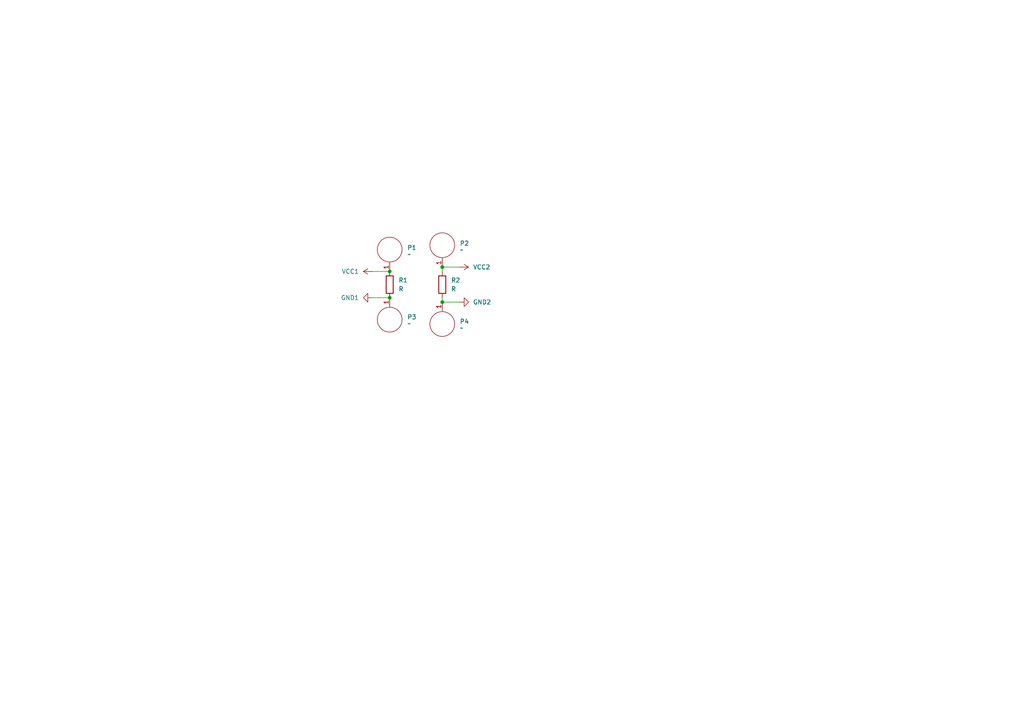
<source format=kicad_sch>
(kicad_sch (version 20231120) (generator "eeschema") (generator_version "8.0")
  (paper "A4")
  (lib_symbols
    (symbol "Device:R" (pin_numbers hide) (pin_names (offset 0))
      (property "Reference" "R" (at 2.032 0 90))
      (property "Value" "R" (at 0 0 90))
      (symbol "R_0_1"
        (rectangle (start -1.016 -2.54) (end 1.016 2.54) (stroke (width 0.254)))
      )
      (symbol "R_1_1"
        (pin passive line (at 0 3.81 270) (length 1.27) (name "~") (number "1"))
        (pin passive line (at 0 -3.81 90) (length 1.27) (name "~") (number "2"))
      )
    )
    (symbol "Festo-Template:Banana_Plug"
      (property "Reference" "BananaJack" (at 0 -4.572 0))
      (property "Footprint" "Festo Template:Banana Jack Custom" (at 0 5.588 0))
      (symbol "Banana_Plug_0_1"
        (circle (center 0 0) (radius 3.5921))
      )
      (symbol "Banana_Plug_1_1"
        (pin input line (at -6.35 0 0) (length 2.54) (name "") (number "1"))
      )
    )
    (symbol "power:GND" (power) (pin_numbers hide) (pin_names (offset 0) hide)
      (property "Value" "GND" (at 0 -3.81 0))
      (symbol "GND_0_1"
        (polyline (pts (xy 0 0) (xy 0 -1.27) (xy 1.27 -1.27) (xy 0 -2.54) (xy -1.27 -1.27) (xy 0 -1.27)))
      )
      (symbol "GND_1_1"
        (pin power_in line (at 0 0 270) (length 0) (name "~") (number "1"))
      )
    )
    (symbol "power:VCC" (power) (pin_numbers hide) (pin_names (offset 0) hide)
      (property "Value" "VCC" (at 0 3.556 0))
      (symbol "VCC_0_1"
        (polyline (pts (xy -0.762 1.27) (xy 0 2.54)))
        (polyline (pts (xy 0 0) (xy 0 2.54)))
        (polyline (pts (xy 0 2.54) (xy 0.762 1.27)))
      )
      (symbol "VCC_1_1"
        (pin power_in line (at 0 0 90) (length 0) (name "~") (number "1"))
      )
    )
  )
  (junction (at 113.03 78.74))
  (junction (at 128.27 87.63))
  (junction (at 113.03 86.36))
  (junction (at 128.27 77.47))
  (wire (pts (xy 113.03 86.36) (xy 107.95 86.36)))
  (wire (pts (xy 128.27 87.63) (xy 133.35 87.63)))
  (wire (pts (xy 128.27 87.63) (xy 128.27 86.36)))
  (wire (pts (xy 113.03 78.74) (xy 107.95 78.74)))
  (wire (pts (xy 128.27 77.47) (xy 133.35 77.47)))
  (wire (pts (xy 128.27 77.47) (xy 128.27 78.74)))
  (symbol (lib_id "power:GND") (at 107.95 86.36 270) (unit 1)
    (property "Reference" "#PWR01" (effects (hide yes)))
    (property "Value" "GND1" (at 104.14 86.3599 90) (effects (justify right)))
    (property "Description" "Power symbol creates a global label with name \"GND\" , ground" (effects (hide yes)))
  )
  (symbol (lib_id "Festo-Template:Banana_Plug") (at 113.03 92.71 270) (unit 1)
    (property "Reference" "P3" (at 118.11 91.9659 90) (effects (justify left)))
    (property "Value" "~" (at 118.11 93.871 90) (effects (justify left)))
    (property "Footprint" "Festo Template:Banana Jack Custom" (effects (hide yes)))
  )
  (symbol (lib_id "Festo-Template:Banana_Plug") (at 113.03 72.39 90) (unit 1)
    (property "Reference" "P1" (at 118.11 71.8638 90) (effects (justify right)))
    (property "Value" "~" (at 118.11 73.7689 90) (effects (justify right)))
    (property "Footprint" "Festo Template:Banana Jack Custom" (effects (hide yes)))
  )
  (symbol (lib_id "power:GND") (at 133.35 87.63 90) (unit 1)
    (property "Reference" "#PWR04" (effects (hide yes)))
    (property "Value" "GND2" (at 137.16 87.6299 90) (effects (justify right)))
    (property "Description" "Power symbol creates a global label with name \"GND\" , ground" (effects (hide yes)))
  )
  (symbol (lib_id "power:VCC") (at 107.95 78.74 90) (unit 1)
    (property "Reference" "#PWR02" (effects (hide yes)))
    (property "Value" "VCC1" (at 104.14 78.7399 90) (effects (justify left)))
    (property "Description" "Power symbol creates a global label with name \"VCC\"" (effects (hide yes)))
  )
  (symbol (lib_id "Device:R") (at 128.27 82.55 0) (unit 1)
    (property "Reference" "R2" (at 130.81 81.2799 0) (effects (justify left)))
    (property "Value" "R" (at 130.81 83.8199 0) (effects (justify left)))
    (property "Footprint" "Resistor_THT:R_Axial_DIN0204_L3.6mm_D1.6mm_P7.62mm_Horizontal" (effects (hide yes)))
    (property "Description" "Resistor" (effects (hide yes)))
  )
  (symbol (lib_id "Festo-Template:Banana_Plug") (at 128.27 71.12 90) (unit 1)
    (property "Reference" "P2" (at 133.35 70.5938 90) (effects (justify right)))
    (property "Value" "~" (at 133.35 72.4989 90) (effects (justify right)))
    (property "Footprint" "Festo Template:Banana Jack Custom" (effects (hide yes)))
  )
  (symbol (lib_id "Device:R") (at 113.03 82.55 0) (unit 1)
    (property "Reference" "R1" (at 115.57 81.2799 0) (effects (justify left)))
    (property "Value" "R" (at 115.57 83.8199 0) (effects (justify left)))
    (property "Footprint" "Resistor_THT:R_Axial_DIN0204_L3.6mm_D1.6mm_P7.62mm_Horizontal" (effects (hide yes)))
    (property "Description" "Resistor" (effects (hide yes)))
  )
  (symbol (lib_id "Festo-Template:Banana_Plug") (at 128.27 93.98 270) (unit 1)
    (property "Reference" "P4" (at 133.35 93.2359 90) (effects (justify left)))
    (property "Value" "~" (at 133.35 95.141 90) (effects (justify left)))
    (property "Footprint" "Festo Template:Banana Jack Custom" (effects (hide yes)))
  )
  (symbol (lib_id "power:VCC") (at 133.35 77.47 270) (unit 1)
    (property "Reference" "#PWR03" (effects (hide yes)))
    (property "Value" "VCC2" (at 137.16 77.4699 90) (effects (justify left)))
    (property "Description" "Power symbol creates a global label with name \"VCC\"" (effects (hide yes)))
  )
)
</source>
